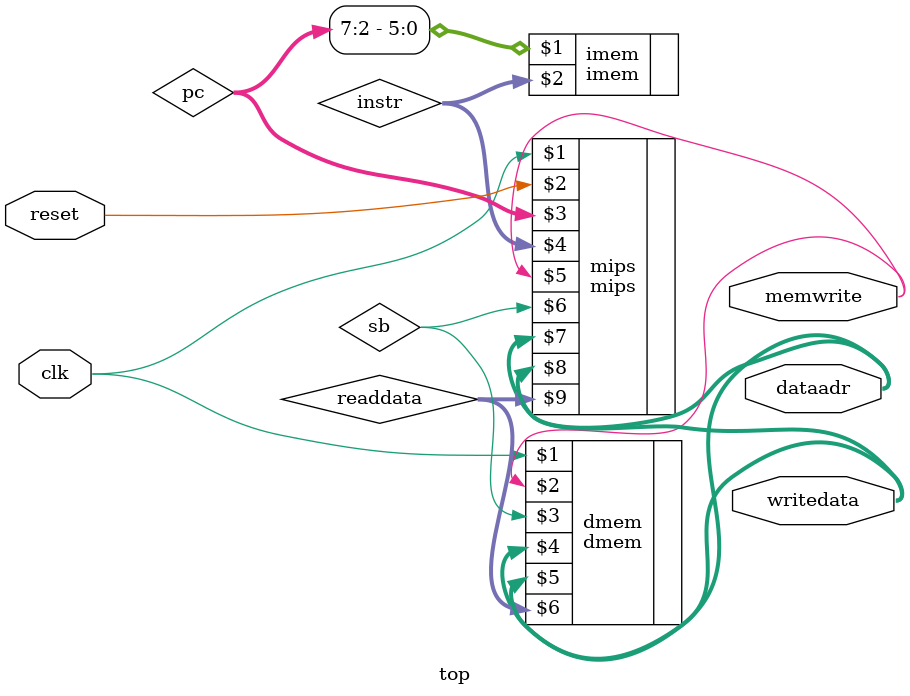
<source format=sv>
module top(input logic clk, reset,
	   output logic [31:0] writedata, dataadr,
	   output logic memwrite);

logic [31:0] pc, instr, readdata;
logic sb;		//To choose whether L'B', L'W'

// instantiate processor and memories
mips mips(clk, reset, pc, instr, memwrite, sb, dataadr, writedata, readdata);

imem imem(pc[7:2], instr);

dmem dmem(clk, memwrite, sb, dataadr, writedata, readdata);
endmodule

</source>
